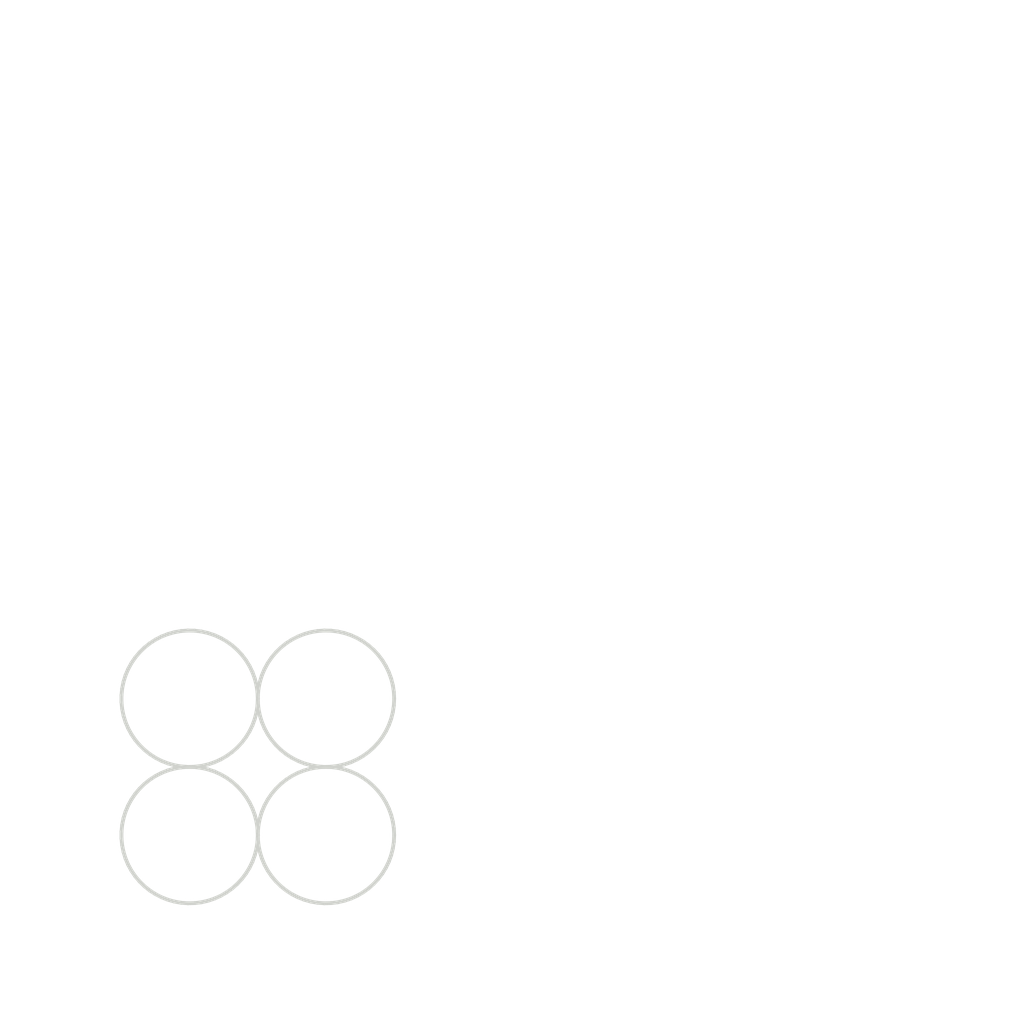
<source format=kicad_pcb>
(kicad_pcb (version 20171130) (host pcbnew 5.1.5-52549c5~86~ubuntu18.04.1)

  (general
    (thickness 1.6)
    (drawings 256)
    (tracks 0)
    (zones 0)
    (modules 0)
    (nets 1)
  )

  (page A4)
  (layers
    (0 F.Cu signal)
    (31 B.Cu signal)
    (32 B.Adhes user)
    (33 F.Adhes user)
    (34 B.Paste user)
    (35 F.Paste user)
    (36 B.SilkS user)
    (37 F.SilkS user)
    (38 B.Mask user)
    (39 F.Mask user)
    (40 Dwgs.User user)
    (41 Cmts.User user)
    (42 Eco1.User user)
    (43 Eco2.User user)
    (44 Edge.Cuts user)
    (45 Margin user)
    (46 B.CrtYd user)
    (47 F.CrtYd user)
    (48 B.Fab user)
    (49 F.Fab user)
  )

  (setup
    (last_trace_width 0.25)
    (trace_clearance 0.2)
    (zone_clearance 0.508)
    (zone_45_only no)
    (trace_min 0.2)
    (via_size 0.8)
    (via_drill 0.4)
    (via_min_size 0.4)
    (via_min_drill 0.3)
    (uvia_size 0.3)
    (uvia_drill 0.1)
    (uvias_allowed no)
    (uvia_min_size 0.2)
    (uvia_min_drill 0.1)
    (edge_width 0.05)
    (segment_width 0.2)
    (pcb_text_width 0.3)
    (pcb_text_size 1.5 1.5)
    (mod_edge_width 0.12)
    (mod_text_size 1 1)
    (mod_text_width 0.15)
    (pad_size 1.524 1.524)
    (pad_drill 0.762)
    (pad_to_mask_clearance 0.051)
    (solder_mask_min_width 0.25)
    (aux_axis_origin 0 0)
    (visible_elements FFFFFF7F)
    (pcbplotparams
      (layerselection 0x010fc_ffffffff)
      (usegerberextensions false)
      (usegerberattributes false)
      (usegerberadvancedattributes false)
      (creategerberjobfile false)
      (excludeedgelayer true)
      (linewidth 0.150000)
      (plotframeref false)
      (viasonmask false)
      (mode 1)
      (useauxorigin false)
      (hpglpennumber 1)
      (hpglpenspeed 20)
      (hpglpendiameter 15.000000)
      (psnegative false)
      (psa4output false)
      (plotreference true)
      (plotvalue true)
      (plotinvisibletext false)
      (padsonsilk false)
      (subtractmaskfromsilk false)
      (outputformat 1)
      (mirror false)
      (drillshape 1)
      (scaleselection 1)
      (outputdirectory ""))
  )

  (net 0 "")

  (net_class Default "This is the default net class."
    (clearance 0.2)
    (trace_width 0.25)
    (via_dia 0.8)
    (via_drill 0.4)
    (uvia_dia 0.3)
    (uvia_drill 0.1)
  )

  (gr_text V-CUT (at 53.59 43.999559 90) (layer Cmts.User)
    (effects (font (size 2 2) (thickness 0.4)) (justify left))
  )
  (gr_line (start 53.59 46.999559) (end 53.59 60.184647) (layer Cmts.User) (width 0.4))
  (gr_text V-CUT (at 63.185205 53.59) (layer Cmts.User)
    (effects (font (size 2 2) (thickness 0.4)) (justify left))
  )
  (gr_line (start 47.001233 53.59) (end 60.185205 53.59) (layer Cmts.User) (width 0.4))
  (gr_line (start 51.9304 53.5881) (end 51.769 53.5921) (layer Edge.Cuts) (width 0.1))
  (gr_line (start 52.1082 53.5658) (end 51.9304 53.5881) (layer Edge.Cuts) (width 0.1))
  (gr_line (start 52.2828 53.5259) (end 52.1082 53.5658) (layer Edge.Cuts) (width 0.1))
  (gr_line (start 52.4526 53.4689) (end 52.2828 53.5259) (layer Edge.Cuts) (width 0.1))
  (gr_line (start 52.6159 53.3952) (end 52.4526 53.4689) (layer Edge.Cuts) (width 0.1))
  (gr_line (start 52.7711 53.3056) (end 52.6159 53.3952) (layer Edge.Cuts) (width 0.1))
  (gr_line (start 52.9165 53.201) (end 52.7711 53.3056) (layer Edge.Cuts) (width 0.1))
  (gr_line (start 53.0509 53.0825) (end 52.9165 53.201) (layer Edge.Cuts) (width 0.1))
  (gr_line (start 53.1727 52.9511) (end 53.0509 53.0825) (layer Edge.Cuts) (width 0.1))
  (gr_line (start 53.2809 52.8083) (end 53.1727 52.9511) (layer Edge.Cuts) (width 0.1))
  (gr_line (start 53.3743 52.6555) (end 53.2809 52.8083) (layer Edge.Cuts) (width 0.1))
  (gr_line (start 53.452 52.494) (end 53.3743 52.6555) (layer Edge.Cuts) (width 0.1))
  (gr_line (start 53.5133 52.3257) (end 53.452 52.494) (layer Edge.Cuts) (width 0.1))
  (gr_line (start 53.5575 52.1521) (end 53.5133 52.3257) (layer Edge.Cuts) (width 0.1))
  (gr_line (start 53.5842 51.9749) (end 53.5575 52.1521) (layer Edge.Cuts) (width 0.1))
  (gr_line (start 53.5931 51.796) (end 53.5842 51.9749) (layer Edge.Cuts) (width 0.1))
  (gr_line (start 53.5842 51.6171) (end 53.5931 51.796) (layer Edge.Cuts) (width 0.1))
  (gr_line (start 53.5575 51.4399) (end 53.5842 51.6171) (layer Edge.Cuts) (width 0.1))
  (gr_line (start 53.5132 51.2663) (end 53.5575 51.4399) (layer Edge.Cuts) (width 0.1))
  (gr_line (start 53.452 51.098) (end 53.5132 51.2663) (layer Edge.Cuts) (width 0.1))
  (gr_line (start 53.3743 50.9366) (end 53.452 51.098) (layer Edge.Cuts) (width 0.1))
  (gr_line (start 53.2809 50.7838) (end 53.3743 50.9366) (layer Edge.Cuts) (width 0.1))
  (gr_line (start 53.1727 50.641) (end 53.2809 50.7838) (layer Edge.Cuts) (width 0.1))
  (gr_line (start 53.0509 50.5096) (end 53.1727 50.641) (layer Edge.Cuts) (width 0.1))
  (gr_line (start 52.9165 50.3911) (end 53.0509 50.5096) (layer Edge.Cuts) (width 0.1))
  (gr_line (start 52.7711 50.2865) (end 52.9165 50.3911) (layer Edge.Cuts) (width 0.1))
  (gr_line (start 52.6159 50.1969) (end 52.7711 50.2865) (layer Edge.Cuts) (width 0.1))
  (gr_line (start 52.4526 50.1232) (end 52.6159 50.1969) (layer Edge.Cuts) (width 0.1))
  (gr_line (start 52.2828 50.0662) (end 52.4526 50.1232) (layer Edge.Cuts) (width 0.1))
  (gr_line (start 52.1082 50.0263) (end 52.2828 50.0662) (layer Edge.Cuts) (width 0.1))
  (gr_line (start 51.9304 50.004) (end 52.1082 50.0263) (layer Edge.Cuts) (width 0.1))
  (gr_line (start 51.7513 49.9996) (end 51.9304 50.004) (layer Edge.Cuts) (width 0.1))
  (gr_line (start 51.5726 50.0129) (end 51.7513 49.9996) (layer Edge.Cuts) (width 0.1))
  (gr_line (start 51.3962 50.044) (end 51.5726 50.0129) (layer Edge.Cuts) (width 0.1))
  (gr_line (start 51.2237 50.0926) (end 51.3962 50.044) (layer Edge.Cuts) (width 0.1))
  (gr_line (start 51.057 50.158) (end 51.2237 50.0926) (layer Edge.Cuts) (width 0.1))
  (gr_line (start 50.8976 50.2397) (end 51.057 50.158) (layer Edge.Cuts) (width 0.1))
  (gr_line (start 50.747 50.337) (end 50.8976 50.2397) (layer Edge.Cuts) (width 0.1))
  (gr_line (start 50.607 50.4486) (end 50.747 50.337) (layer Edge.Cuts) (width 0.1))
  (gr_line (start 50.4788 50.5737) (end 50.607 50.4486) (layer Edge.Cuts) (width 0.1))
  (gr_line (start 50.3635 50.711) (end 50.4788 50.5737) (layer Edge.Cuts) (width 0.1))
  (gr_line (start 50.2626 50.859) (end 50.3635 50.711) (layer Edge.Cuts) (width 0.1))
  (gr_line (start 50.177 51.0163) (end 50.2626 50.859) (layer Edge.Cuts) (width 0.1))
  (gr_line (start 50.1074 51.1815) (end 50.177 51.0163) (layer Edge.Cuts) (width 0.1))
  (gr_line (start 50.0546 51.3527) (end 50.1074 51.1815) (layer Edge.Cuts) (width 0.1))
  (gr_line (start 50.0191 51.5283) (end 50.0546 51.3527) (layer Edge.Cuts) (width 0.1))
  (gr_line (start 50.0012 51.7064) (end 50.0191 51.5283) (layer Edge.Cuts) (width 0.1))
  (gr_line (start 50.0012 51.8856) (end 50.0012 51.7064) (layer Edge.Cuts) (width 0.1))
  (gr_line (start 50.0191 52.0638) (end 50.0012 51.8856) (layer Edge.Cuts) (width 0.1))
  (gr_line (start 50.0546 52.2394) (end 50.0191 52.0638) (layer Edge.Cuts) (width 0.1))
  (gr_line (start 50.1074 52.4106) (end 50.0546 52.2394) (layer Edge.Cuts) (width 0.1))
  (gr_line (start 50.177 52.5758) (end 50.1074 52.4106) (layer Edge.Cuts) (width 0.1))
  (gr_line (start 50.2627 52.7331) (end 50.177 52.5758) (layer Edge.Cuts) (width 0.1))
  (gr_line (start 50.3636 52.8812) (end 50.2627 52.7331) (layer Edge.Cuts) (width 0.1))
  (gr_line (start 50.4787 53.0183) (end 50.3636 52.8812) (layer Edge.Cuts) (width 0.1))
  (gr_line (start 50.6069 53.1434) (end 50.4787 53.0183) (layer Edge.Cuts) (width 0.1))
  (gr_line (start 50.747 53.2551) (end 50.6069 53.1434) (layer Edge.Cuts) (width 0.1))
  (gr_line (start 50.8975 53.3523) (end 50.747 53.2551) (layer Edge.Cuts) (width 0.1))
  (gr_line (start 51.057 53.4341) (end 50.8975 53.3523) (layer Edge.Cuts) (width 0.1))
  (gr_line (start 51.2238 53.4995) (end 51.057 53.4341) (layer Edge.Cuts) (width 0.1))
  (gr_line (start 51.3962 53.5481) (end 51.2238 53.4995) (layer Edge.Cuts) (width 0.1))
  (gr_line (start 51.5726 53.5791) (end 51.3962 53.5481) (layer Edge.Cuts) (width 0.1))
  (gr_line (start 51.7454 53.5921) (end 51.5726 53.5791) (layer Edge.Cuts) (width 0.1))
  (gr_line (start 51.5726 53.6051) (end 51.7454 53.5921) (layer Edge.Cuts) (width 0.1))
  (gr_line (start 51.3961 53.6362) (end 51.5726 53.6051) (layer Edge.Cuts) (width 0.1))
  (gr_line (start 51.2237 53.6847) (end 51.3961 53.6362) (layer Edge.Cuts) (width 0.1))
  (gr_line (start 51.0569 53.7502) (end 51.2237 53.6847) (layer Edge.Cuts) (width 0.1))
  (gr_line (start 50.8975 53.8319) (end 51.0569 53.7502) (layer Edge.Cuts) (width 0.1))
  (gr_line (start 50.747 53.9291) (end 50.8975 53.8319) (layer Edge.Cuts) (width 0.1))
  (gr_line (start 50.6069 54.0408) (end 50.747 53.9291) (layer Edge.Cuts) (width 0.1))
  (gr_line (start 50.4787 54.1659) (end 50.6069 54.0408) (layer Edge.Cuts) (width 0.1))
  (gr_line (start 50.3635 54.3031) (end 50.4787 54.1659) (layer Edge.Cuts) (width 0.1))
  (gr_line (start 50.2626 54.4512) (end 50.3635 54.3031) (layer Edge.Cuts) (width 0.1))
  (gr_line (start 50.1769 54.6085) (end 50.2626 54.4512) (layer Edge.Cuts) (width 0.1))
  (gr_line (start 50.1074 54.7736) (end 50.1769 54.6085) (layer Edge.Cuts) (width 0.1))
  (gr_line (start 50.0546 54.9448) (end 50.1074 54.7736) (layer Edge.Cuts) (width 0.1))
  (gr_line (start 50.0191 55.1204) (end 50.0546 54.9448) (layer Edge.Cuts) (width 0.1))
  (gr_line (start 50.0012 55.2985) (end 50.0191 55.1204) (layer Edge.Cuts) (width 0.1))
  (gr_line (start 50.0012 55.4777) (end 50.0012 55.2985) (layer Edge.Cuts) (width 0.1))
  (gr_line (start 50.0191 55.6559) (end 50.0012 55.4777) (layer Edge.Cuts) (width 0.1))
  (gr_line (start 50.0546 55.8315) (end 50.0191 55.6559) (layer Edge.Cuts) (width 0.1))
  (gr_line (start 50.1074 56.0027) (end 50.0546 55.8315) (layer Edge.Cuts) (width 0.1))
  (gr_line (start 50.1769 56.1678) (end 50.1074 56.0027) (layer Edge.Cuts) (width 0.1))
  (gr_line (start 50.2626 56.3252) (end 50.1769 56.1678) (layer Edge.Cuts) (width 0.1))
  (gr_line (start 50.3635 56.4732) (end 50.2626 56.3252) (layer Edge.Cuts) (width 0.1))
  (gr_line (start 50.4787 56.6104) (end 50.3635 56.4732) (layer Edge.Cuts) (width 0.1))
  (gr_line (start 50.6069 56.7355) (end 50.4787 56.6104) (layer Edge.Cuts) (width 0.1))
  (gr_line (start 50.7471 56.8473) (end 50.6069 56.7355) (layer Edge.Cuts) (width 0.1))
  (gr_line (start 50.8976 56.9445) (end 50.7471 56.8473) (layer Edge.Cuts) (width 0.1))
  (gr_line (start 51.057 57.0262) (end 50.8976 56.9445) (layer Edge.Cuts) (width 0.1))
  (gr_line (start 51.2238 57.0916) (end 51.057 57.0262) (layer Edge.Cuts) (width 0.1))
  (gr_line (start 51.3962 57.1402) (end 51.2238 57.0916) (layer Edge.Cuts) (width 0.1))
  (gr_line (start 51.5726 57.1713) (end 51.3962 57.1402) (layer Edge.Cuts) (width 0.1))
  (gr_line (start 51.7513 57.1846) (end 51.5726 57.1713) (layer Edge.Cuts) (width 0.1))
  (gr_line (start 51.9304 57.1802) (end 51.7513 57.1846) (layer Edge.Cuts) (width 0.1))
  (gr_line (start 52.1082 57.1579) (end 51.9304 57.1802) (layer Edge.Cuts) (width 0.1))
  (gr_line (start 52.2828 57.118) (end 52.1082 57.1579) (layer Edge.Cuts) (width 0.1))
  (gr_line (start 52.4526 57.061) (end 52.2828 57.118) (layer Edge.Cuts) (width 0.1))
  (gr_line (start 52.6159 56.9873) (end 52.4526 57.061) (layer Edge.Cuts) (width 0.1))
  (gr_line (start 52.7711 56.8977) (end 52.6159 56.9873) (layer Edge.Cuts) (width 0.1))
  (gr_line (start 52.9165 56.7931) (end 52.7711 56.8977) (layer Edge.Cuts) (width 0.1))
  (gr_line (start 53.0509 56.6746) (end 52.9165 56.7931) (layer Edge.Cuts) (width 0.1))
  (gr_line (start 53.1727 56.5432) (end 53.0509 56.6746) (layer Edge.Cuts) (width 0.1))
  (gr_line (start 53.2809 56.4004) (end 53.1727 56.5432) (layer Edge.Cuts) (width 0.1))
  (gr_line (start 53.3743 56.2476) (end 53.2809 56.4004) (layer Edge.Cuts) (width 0.1))
  (gr_line (start 53.452 56.0862) (end 53.3743 56.2476) (layer Edge.Cuts) (width 0.1))
  (gr_line (start 53.5132 55.9179) (end 53.452 56.0862) (layer Edge.Cuts) (width 0.1))
  (gr_line (start 53.5575 55.7443) (end 53.5132 55.9179) (layer Edge.Cuts) (width 0.1))
  (gr_line (start 53.5842 55.5671) (end 53.5575 55.7443) (layer Edge.Cuts) (width 0.1))
  (gr_line (start 53.5931 55.3882) (end 53.5842 55.5671) (layer Edge.Cuts) (width 0.1))
  (gr_line (start 53.5842 55.2093) (end 53.5931 55.3882) (layer Edge.Cuts) (width 0.1))
  (gr_line (start 53.5575 55.0321) (end 53.5842 55.2093) (layer Edge.Cuts) (width 0.1))
  (gr_line (start 53.5133 54.8585) (end 53.5575 55.0321) (layer Edge.Cuts) (width 0.1))
  (gr_line (start 53.452 54.6902) (end 53.5133 54.8585) (layer Edge.Cuts) (width 0.1))
  (gr_line (start 53.3743 54.5288) (end 53.452 54.6902) (layer Edge.Cuts) (width 0.1))
  (gr_line (start 53.2809 54.3759) (end 53.3743 54.5288) (layer Edge.Cuts) (width 0.1))
  (gr_line (start 53.1727 54.2331) (end 53.2809 54.3759) (layer Edge.Cuts) (width 0.1))
  (gr_line (start 53.0509 54.1017) (end 53.1727 54.2331) (layer Edge.Cuts) (width 0.1))
  (gr_line (start 52.9165 53.9832) (end 53.0509 54.1017) (layer Edge.Cuts) (width 0.1))
  (gr_line (start 52.7711 53.8786) (end 52.9165 53.9832) (layer Edge.Cuts) (width 0.1))
  (gr_line (start 52.6159 53.789) (end 52.7711 53.8786) (layer Edge.Cuts) (width 0.1))
  (gr_line (start 52.4526 53.7153) (end 52.6159 53.789) (layer Edge.Cuts) (width 0.1))
  (gr_line (start 52.2828 53.6583) (end 52.4526 53.7153) (layer Edge.Cuts) (width 0.1))
  (gr_line (start 52.1082 53.6184) (end 52.2828 53.6583) (layer Edge.Cuts) (width 0.1))
  (gr_line (start 51.9304 53.5961) (end 52.1082 53.6184) (layer Edge.Cuts) (width 0.1))
  (gr_line (start 51.769 53.5921) (end 51.9304 53.5961) (layer Edge.Cuts) (width 0.1))
  (gr_line (start 55.5225 53.5881) (end 55.3611 53.5921) (layer Edge.Cuts) (width 0.1))
  (gr_line (start 55.7003 53.5658) (end 55.5225 53.5881) (layer Edge.Cuts) (width 0.1))
  (gr_line (start 55.8749 53.5259) (end 55.7003 53.5658) (layer Edge.Cuts) (width 0.1))
  (gr_line (start 56.0447 53.4689) (end 55.8749 53.5259) (layer Edge.Cuts) (width 0.1))
  (gr_line (start 56.208 53.3952) (end 56.0447 53.4689) (layer Edge.Cuts) (width 0.1))
  (gr_line (start 56.3632 53.3056) (end 56.208 53.3952) (layer Edge.Cuts) (width 0.1))
  (gr_line (start 56.5086 53.201) (end 56.3632 53.3056) (layer Edge.Cuts) (width 0.1))
  (gr_line (start 56.643 53.0825) (end 56.5086 53.201) (layer Edge.Cuts) (width 0.1))
  (gr_line (start 56.7648 52.9511) (end 56.643 53.0825) (layer Edge.Cuts) (width 0.1))
  (gr_line (start 56.873 52.8083) (end 56.7648 52.9511) (layer Edge.Cuts) (width 0.1))
  (gr_line (start 56.9664 52.6555) (end 56.873 52.8083) (layer Edge.Cuts) (width 0.1))
  (gr_line (start 57.0441 52.494) (end 56.9664 52.6555) (layer Edge.Cuts) (width 0.1))
  (gr_line (start 57.1054 52.3257) (end 57.0441 52.494) (layer Edge.Cuts) (width 0.1))
  (gr_line (start 57.1496 52.1521) (end 57.1054 52.3257) (layer Edge.Cuts) (width 0.1))
  (gr_line (start 57.1763 51.9749) (end 57.1496 52.1521) (layer Edge.Cuts) (width 0.1))
  (gr_line (start 57.1852 51.796) (end 57.1763 51.9749) (layer Edge.Cuts) (width 0.1))
  (gr_line (start 57.1763 51.6171) (end 57.1852 51.796) (layer Edge.Cuts) (width 0.1))
  (gr_line (start 57.1496 51.4399) (end 57.1763 51.6171) (layer Edge.Cuts) (width 0.1))
  (gr_line (start 57.1054 51.2663) (end 57.1496 51.4399) (layer Edge.Cuts) (width 0.1))
  (gr_line (start 57.0441 51.098) (end 57.1054 51.2663) (layer Edge.Cuts) (width 0.1))
  (gr_line (start 56.9664 50.9366) (end 57.0441 51.098) (layer Edge.Cuts) (width 0.1))
  (gr_line (start 56.873 50.7838) (end 56.9664 50.9366) (layer Edge.Cuts) (width 0.1))
  (gr_line (start 56.7648 50.641) (end 56.873 50.7838) (layer Edge.Cuts) (width 0.1))
  (gr_line (start 56.643 50.5096) (end 56.7648 50.641) (layer Edge.Cuts) (width 0.1))
  (gr_line (start 56.5086 50.3911) (end 56.643 50.5096) (layer Edge.Cuts) (width 0.1))
  (gr_line (start 56.3632 50.2865) (end 56.5086 50.3911) (layer Edge.Cuts) (width 0.1))
  (gr_line (start 56.208 50.1969) (end 56.3632 50.2865) (layer Edge.Cuts) (width 0.1))
  (gr_line (start 56.0447 50.1232) (end 56.208 50.1969) (layer Edge.Cuts) (width 0.1))
  (gr_line (start 55.8749 50.0662) (end 56.0447 50.1232) (layer Edge.Cuts) (width 0.1))
  (gr_line (start 55.7003 50.0263) (end 55.8749 50.0662) (layer Edge.Cuts) (width 0.1))
  (gr_line (start 55.5225 50.004) (end 55.7003 50.0263) (layer Edge.Cuts) (width 0.1))
  (gr_line (start 55.3434 49.9996) (end 55.5225 50.004) (layer Edge.Cuts) (width 0.1))
  (gr_line (start 55.1648 50.0129) (end 55.3434 49.9996) (layer Edge.Cuts) (width 0.1))
  (gr_line (start 54.9883 50.044) (end 55.1648 50.0129) (layer Edge.Cuts) (width 0.1))
  (gr_line (start 54.8158 50.0926) (end 54.9883 50.044) (layer Edge.Cuts) (width 0.1))
  (gr_line (start 54.6491 50.158) (end 54.8158 50.0926) (layer Edge.Cuts) (width 0.1))
  (gr_line (start 54.4897 50.2397) (end 54.6491 50.158) (layer Edge.Cuts) (width 0.1))
  (gr_line (start 54.3391 50.337) (end 54.4897 50.2397) (layer Edge.Cuts) (width 0.1))
  (gr_line (start 54.1991 50.4486) (end 54.3391 50.337) (layer Edge.Cuts) (width 0.1))
  (gr_line (start 54.0709 50.5737) (end 54.1991 50.4486) (layer Edge.Cuts) (width 0.1))
  (gr_line (start 53.9556 50.711) (end 54.0709 50.5737) (layer Edge.Cuts) (width 0.1))
  (gr_line (start 53.8547 50.859) (end 53.9556 50.711) (layer Edge.Cuts) (width 0.1))
  (gr_line (start 53.7691 51.0163) (end 53.8547 50.859) (layer Edge.Cuts) (width 0.1))
  (gr_line (start 53.6995 51.1815) (end 53.7691 51.0163) (layer Edge.Cuts) (width 0.1))
  (gr_line (start 53.6467 51.3527) (end 53.6995 51.1815) (layer Edge.Cuts) (width 0.1))
  (gr_line (start 53.6112 51.5283) (end 53.6467 51.3527) (layer Edge.Cuts) (width 0.1))
  (gr_line (start 53.5933 51.7064) (end 53.6112 51.5283) (layer Edge.Cuts) (width 0.1))
  (gr_line (start 53.5933 51.8856) (end 53.5933 51.7064) (layer Edge.Cuts) (width 0.1))
  (gr_line (start 53.6112 52.0638) (end 53.5933 51.8856) (layer Edge.Cuts) (width 0.1))
  (gr_line (start 53.6467 52.2394) (end 53.6112 52.0638) (layer Edge.Cuts) (width 0.1))
  (gr_line (start 53.6995 52.4106) (end 53.6467 52.2394) (layer Edge.Cuts) (width 0.1))
  (gr_line (start 53.7691 52.5758) (end 53.6995 52.4106) (layer Edge.Cuts) (width 0.1))
  (gr_line (start 53.8548 52.7331) (end 53.7691 52.5758) (layer Edge.Cuts) (width 0.1))
  (gr_line (start 53.9557 52.8812) (end 53.8548 52.7331) (layer Edge.Cuts) (width 0.1))
  (gr_line (start 54.0708 53.0183) (end 53.9557 52.8812) (layer Edge.Cuts) (width 0.1))
  (gr_line (start 54.199 53.1434) (end 54.0708 53.0183) (layer Edge.Cuts) (width 0.1))
  (gr_line (start 54.3391 53.2551) (end 54.199 53.1434) (layer Edge.Cuts) (width 0.1))
  (gr_line (start 54.4896 53.3523) (end 54.3391 53.2551) (layer Edge.Cuts) (width 0.1))
  (gr_line (start 54.6491 53.4341) (end 54.4896 53.3523) (layer Edge.Cuts) (width 0.1))
  (gr_line (start 54.8159 53.4995) (end 54.6491 53.4341) (layer Edge.Cuts) (width 0.1))
  (gr_line (start 54.9883 53.5481) (end 54.8159 53.4995) (layer Edge.Cuts) (width 0.1))
  (gr_line (start 55.1647 53.5791) (end 54.9883 53.5481) (layer Edge.Cuts) (width 0.1))
  (gr_line (start 55.3375 53.5921) (end 55.1647 53.5791) (layer Edge.Cuts) (width 0.1))
  (gr_line (start 55.1647 53.6051) (end 55.3375 53.5921) (layer Edge.Cuts) (width 0.1))
  (gr_line (start 54.9882 53.6362) (end 55.1647 53.6051) (layer Edge.Cuts) (width 0.1))
  (gr_line (start 54.8158 53.6847) (end 54.9882 53.6362) (layer Edge.Cuts) (width 0.1))
  (gr_line (start 54.649 53.7502) (end 54.8158 53.6847) (layer Edge.Cuts) (width 0.1))
  (gr_line (start 54.4896 53.8319) (end 54.649 53.7502) (layer Edge.Cuts) (width 0.1))
  (gr_line (start 54.3391 53.9291) (end 54.4896 53.8319) (layer Edge.Cuts) (width 0.1))
  (gr_line (start 54.199 54.0408) (end 54.3391 53.9291) (layer Edge.Cuts) (width 0.1))
  (gr_line (start 54.0708 54.1659) (end 54.199 54.0408) (layer Edge.Cuts) (width 0.1))
  (gr_line (start 53.9556 54.3031) (end 54.0708 54.1659) (layer Edge.Cuts) (width 0.1))
  (gr_line (start 53.8547 54.4512) (end 53.9556 54.3031) (layer Edge.Cuts) (width 0.1))
  (gr_line (start 53.769 54.6085) (end 53.8547 54.4512) (layer Edge.Cuts) (width 0.1))
  (gr_line (start 53.6995 54.7736) (end 53.769 54.6085) (layer Edge.Cuts) (width 0.1))
  (gr_line (start 53.6467 54.9448) (end 53.6995 54.7736) (layer Edge.Cuts) (width 0.1))
  (gr_line (start 53.6112 55.1204) (end 53.6467 54.9448) (layer Edge.Cuts) (width 0.1))
  (gr_line (start 53.5933 55.2985) (end 53.6112 55.1204) (layer Edge.Cuts) (width 0.1))
  (gr_line (start 53.5933 55.4777) (end 53.5933 55.2985) (layer Edge.Cuts) (width 0.1))
  (gr_line (start 53.6112 55.6559) (end 53.5933 55.4777) (layer Edge.Cuts) (width 0.1))
  (gr_line (start 53.6467 55.8315) (end 53.6112 55.6559) (layer Edge.Cuts) (width 0.1))
  (gr_line (start 53.6995 56.0027) (end 53.6467 55.8315) (layer Edge.Cuts) (width 0.1))
  (gr_line (start 53.769 56.1678) (end 53.6995 56.0027) (layer Edge.Cuts) (width 0.1))
  (gr_line (start 53.8547 56.3252) (end 53.769 56.1678) (layer Edge.Cuts) (width 0.1))
  (gr_line (start 53.9556 56.4732) (end 53.8547 56.3252) (layer Edge.Cuts) (width 0.1))
  (gr_line (start 54.0708 56.6104) (end 53.9556 56.4732) (layer Edge.Cuts) (width 0.1))
  (gr_line (start 54.199 56.7355) (end 54.0708 56.6104) (layer Edge.Cuts) (width 0.1))
  (gr_line (start 54.3392 56.8473) (end 54.199 56.7355) (layer Edge.Cuts) (width 0.1))
  (gr_line (start 54.4897 56.9445) (end 54.3392 56.8473) (layer Edge.Cuts) (width 0.1))
  (gr_line (start 54.6491 57.0262) (end 54.4897 56.9445) (layer Edge.Cuts) (width 0.1))
  (gr_line (start 54.8159 57.0916) (end 54.6491 57.0262) (layer Edge.Cuts) (width 0.1))
  (gr_line (start 54.9883 57.1402) (end 54.8159 57.0916) (layer Edge.Cuts) (width 0.1))
  (gr_line (start 55.1648 57.1713) (end 54.9883 57.1402) (layer Edge.Cuts) (width 0.1))
  (gr_line (start 55.3434 57.1846) (end 55.1648 57.1713) (layer Edge.Cuts) (width 0.1))
  (gr_line (start 55.5225 57.1802) (end 55.3434 57.1846) (layer Edge.Cuts) (width 0.1))
  (gr_line (start 55.7003 57.1579) (end 55.5225 57.1802) (layer Edge.Cuts) (width 0.1))
  (gr_line (start 55.8749 57.118) (end 55.7003 57.1579) (layer Edge.Cuts) (width 0.1))
  (gr_line (start 56.0447 57.061) (end 55.8749 57.118) (layer Edge.Cuts) (width 0.1))
  (gr_line (start 56.208 56.9873) (end 56.0447 57.061) (layer Edge.Cuts) (width 0.1))
  (gr_line (start 56.3632 56.8977) (end 56.208 56.9873) (layer Edge.Cuts) (width 0.1))
  (gr_line (start 56.5086 56.7931) (end 56.3632 56.8977) (layer Edge.Cuts) (width 0.1))
  (gr_line (start 56.643 56.6746) (end 56.5086 56.7931) (layer Edge.Cuts) (width 0.1))
  (gr_line (start 56.7648 56.5432) (end 56.643 56.6746) (layer Edge.Cuts) (width 0.1))
  (gr_line (start 56.873 56.4004) (end 56.7648 56.5432) (layer Edge.Cuts) (width 0.1))
  (gr_line (start 56.9664 56.2476) (end 56.873 56.4004) (layer Edge.Cuts) (width 0.1))
  (gr_line (start 57.0441 56.0862) (end 56.9664 56.2476) (layer Edge.Cuts) (width 0.1))
  (gr_line (start 57.1054 55.9179) (end 57.0441 56.0862) (layer Edge.Cuts) (width 0.1))
  (gr_line (start 57.1496 55.7443) (end 57.1054 55.9179) (layer Edge.Cuts) (width 0.1))
  (gr_line (start 57.1763 55.5671) (end 57.1496 55.7443) (layer Edge.Cuts) (width 0.1))
  (gr_line (start 57.1852 55.3882) (end 57.1763 55.5671) (layer Edge.Cuts) (width 0.1))
  (gr_line (start 57.1763 55.2093) (end 57.1852 55.3882) (layer Edge.Cuts) (width 0.1))
  (gr_line (start 57.1496 55.0321) (end 57.1763 55.2093) (layer Edge.Cuts) (width 0.1))
  (gr_line (start 57.1054 54.8585) (end 57.1496 55.0321) (layer Edge.Cuts) (width 0.1))
  (gr_line (start 57.0441 54.6902) (end 57.1054 54.8585) (layer Edge.Cuts) (width 0.1))
  (gr_line (start 56.9664 54.5288) (end 57.0441 54.6902) (layer Edge.Cuts) (width 0.1))
  (gr_line (start 56.873 54.3759) (end 56.9664 54.5288) (layer Edge.Cuts) (width 0.1))
  (gr_line (start 56.7648 54.2331) (end 56.873 54.3759) (layer Edge.Cuts) (width 0.1))
  (gr_line (start 56.643 54.1017) (end 56.7648 54.2331) (layer Edge.Cuts) (width 0.1))
  (gr_line (start 56.5086 53.9832) (end 56.643 54.1017) (layer Edge.Cuts) (width 0.1))
  (gr_line (start 56.3632 53.8786) (end 56.5086 53.9832) (layer Edge.Cuts) (width 0.1))
  (gr_line (start 56.208 53.789) (end 56.3632 53.8786) (layer Edge.Cuts) (width 0.1))
  (gr_line (start 56.0447 53.7153) (end 56.208 53.789) (layer Edge.Cuts) (width 0.1))
  (gr_line (start 55.8749 53.6583) (end 56.0447 53.7153) (layer Edge.Cuts) (width 0.1))
  (gr_line (start 55.7003 53.6184) (end 55.8749 53.6583) (layer Edge.Cuts) (width 0.1))
  (gr_line (start 55.5225 53.5961) (end 55.7003 53.6184) (layer Edge.Cuts) (width 0.1))
  (gr_line (start 55.3611 53.5921) (end 55.5225 53.5961) (layer Edge.Cuts) (width 0.1))

)

</source>
